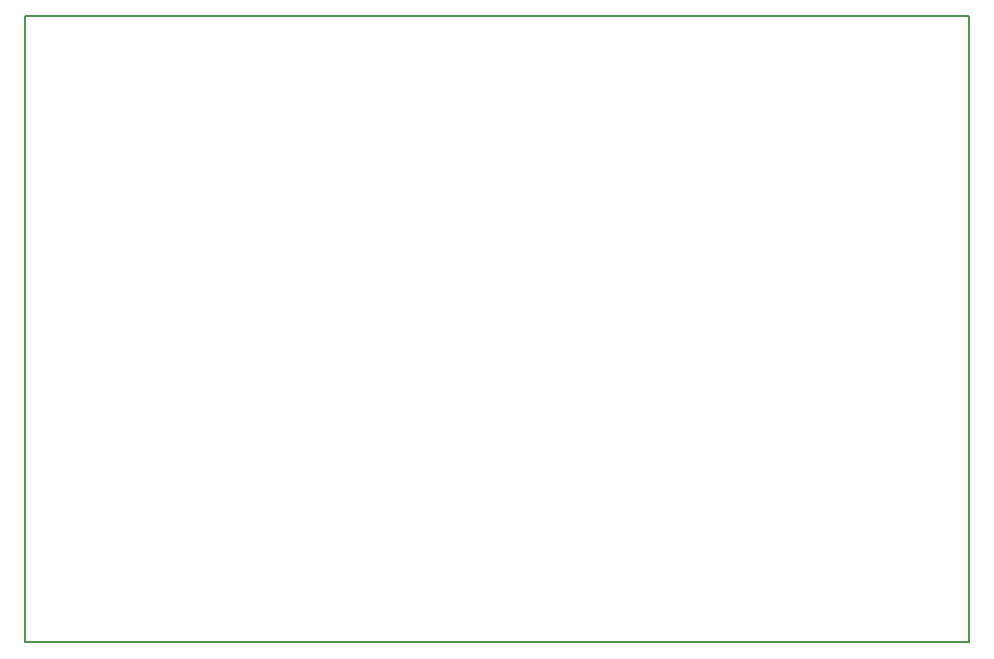
<source format=gbr>
%TF.GenerationSoftware,KiCad,Pcbnew,5.1.9-5.1.9*%
%TF.CreationDate,2021-05-28T23:48:04+02:00*%
%TF.ProjectId,zdroj,7a64726f-6a2e-46b6-9963-61645f706362,rev?*%
%TF.SameCoordinates,Original*%
%TF.FileFunction,Profile,NP*%
%FSLAX46Y46*%
G04 Gerber Fmt 4.6, Leading zero omitted, Abs format (unit mm)*
G04 Created by KiCad (PCBNEW 5.1.9-5.1.9) date 2021-05-28 23:48:04*
%MOMM*%
%LPD*%
G01*
G04 APERTURE LIST*
%TA.AperFunction,Profile*%
%ADD10C,0.150000*%
%TD*%
G04 APERTURE END LIST*
D10*
X98000000Y-36000000D02*
X98000000Y-89000000D01*
X178000000Y-36000000D02*
X98000000Y-36000000D01*
X178000000Y-89000000D02*
X178000000Y-36000000D01*
X98000000Y-89000000D02*
X178000000Y-89000000D01*
M02*

</source>
